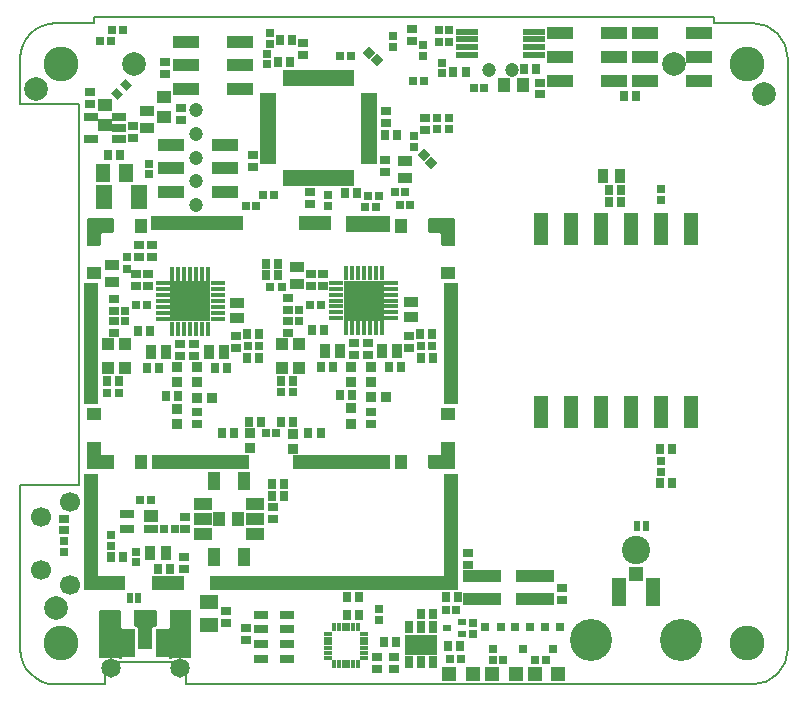
<source format=gts>
G04 Layer_Color=8388736*
%FSLAX44Y44*%
%MOMM*%
G71*
G01*
G75*
%ADD72C,0.1500*%
%ADD106R,1.2000X9.8750*%
%ADD107R,8.1250X1.2000*%
%ADD108R,8.1000X1.2000*%
%ADD109R,3.8250X1.4250*%
%ADD110R,7.7750X1.2000*%
%ADD111R,1.2000X10.2500*%
%ADD112R,21.0000X1.2000*%
%ADD113R,1.2000X10.2250*%
%ADD114R,1.0000X1.6000*%
%ADD115R,1.6000X1.0000*%
%ADD116R,1.1000X1.2000*%
%ADD117R,0.5000X1.4000*%
%ADD118R,1.4000X0.5000*%
%ADD119R,1.2000X1.2000*%
%ADD120R,1.2000X1.2500*%
%ADD121R,1.2500X2.4000*%
%ADD122R,0.6500X1.0500*%
%ADD123R,2.7000X1.8000*%
%ADD124R,4.2000X1.2000*%
%ADD125R,2.2000X1.0000*%
%ADD126R,1.0000X2.2000*%
%ADD127R,2.8000X1.2000*%
%ADD128R,1.2000X2.8000*%
%ADD129R,1.0000X1.2000*%
%ADD130R,1.2000X1.0000*%
%ADD131R,0.7000X0.7000*%
%ADD132R,0.7000X0.7000*%
%ADD133R,1.6400X1.1500*%
%ADD134R,0.7500X0.7500*%
%ADD135R,0.6000X0.9000*%
%ADD136C,2.0000*%
%ADD137R,0.8000X0.7500*%
%ADD138R,0.7080X0.5560*%
%ADD139R,1.3000X0.8000*%
%ADD140R,0.4000X0.8000*%
%ADD141R,0.8000X0.4000*%
%ADD142R,1.3000X1.3000*%
%ADD143R,1.2000X2.7000*%
%ADD144R,1.1000X1.0000*%
%ADD145R,1.9000X0.5500*%
%ADD146R,1.3500X2.0000*%
%ADD147R,1.1500X1.6500*%
%ADD148R,1.1500X1.6400*%
%ADD149R,1.1500X0.9000*%
%ADD150R,0.8200X0.7000*%
%ADD151R,1.2000X0.4500*%
%ADD152R,0.4500X1.2000*%
%ADD153R,3.4500X3.4500*%
%ADD154R,1.2000X0.8000*%
%ADD155R,1.2000X1.1000*%
%ADD156R,1.2500X0.8000*%
%ADD157R,0.8500X0.7500*%
%ADD158R,0.8250X1.2000*%
%ADD159R,0.9620X0.8250*%
%ADD160R,0.8250X1.2000*%
%ADD161R,1.2000X0.8250*%
%ADD162R,0.7000X0.8000*%
%ADD163R,1.2000X1.1300*%
%ADD164R,2.2300X1.0500*%
%ADD165R,0.7500X0.7500*%
%ADD166R,0.7000X0.8200*%
%ADD167P,1.0607X4X90.0*%
%ADD168R,0.8000X0.7000*%
%ADD169R,0.8250X0.9620*%
G04:AMPARAMS|DCode=170|XSize=0.82mm|YSize=0.7mm|CornerRadius=0mm|HoleSize=0mm|Usage=FLASHONLY|Rotation=315.000|XOffset=0mm|YOffset=0mm|HoleType=Round|Shape=Rectangle|*
%AMROTATEDRECTD170*
4,1,4,-0.5374,0.0424,-0.0424,0.5374,0.5374,-0.0424,0.0424,-0.5374,-0.5374,0.0424,0.0*
%
%ADD170ROTATEDRECTD170*%

%ADD171R,0.9000X1.1500*%
%ADD172R,0.7500X0.8500*%
%ADD173R,3.2000X1.0900*%
%ADD174C,3.5600*%
%ADD175C,2.4000*%
%ADD176C,1.2000*%
%ADD177C,2.9500*%
%ADD178C,1.6500*%
%ADD179C,1.7000*%
%ADD180C,0.8000*%
G36*
X367627Y394490D02*
X367755Y394464D01*
X367879Y394422D01*
X367997Y394364D01*
X368106Y394291D01*
X368205Y394205D01*
X368291Y394106D01*
X368364Y393997D01*
X368422Y393880D01*
X368464Y393755D01*
X368490Y393627D01*
X368498Y393496D01*
Y372496D01*
X368490Y372365D01*
X368464Y372237D01*
X368422Y372113D01*
X368364Y371995D01*
X368291Y371886D01*
X368205Y371787D01*
X368106Y371701D01*
X367997Y371628D01*
X367879Y371570D01*
X367755Y371528D01*
X367627Y371502D01*
X367496Y371494D01*
X357496D01*
X357365Y371502D01*
X357237Y371528D01*
X357113Y371570D01*
X356995Y371628D01*
X356886Y371701D01*
X356787Y371787D01*
X356701Y371886D01*
X356628Y371995D01*
X356570Y372113D01*
X356528Y372237D01*
X356502Y372365D01*
X356494Y372496D01*
Y381581D01*
X355581Y382494D01*
X346496D01*
X346365Y382503D01*
X346237Y382528D01*
X346113Y382570D01*
X345995Y382628D01*
X345886Y382701D01*
X345787Y382787D01*
X345701Y382886D01*
X345628Y382995D01*
X345570Y383112D01*
X345528Y383237D01*
X345503Y383365D01*
X345494Y383496D01*
Y393496D01*
X345503Y393627D01*
X345528Y393755D01*
X345570Y393880D01*
X345628Y393997D01*
X345701Y394106D01*
X345787Y394205D01*
X345886Y394291D01*
X345995Y394364D01*
X346113Y394422D01*
X346237Y394464D01*
X346365Y394490D01*
X346496Y394498D01*
X367496D01*
X367627Y394490D01*
D02*
G37*
G36*
X78635D02*
X78763Y394464D01*
X78888Y394422D01*
X79005Y394364D01*
X79114Y394291D01*
X79213Y394205D01*
X79299Y394106D01*
X79372Y393997D01*
X79430Y393880D01*
X79472Y393755D01*
X79498Y393627D01*
X79506Y393496D01*
Y383496D01*
X79498Y383365D01*
X79472Y383237D01*
X79430Y383112D01*
X79372Y382995D01*
X79299Y382886D01*
X79213Y382787D01*
X79114Y382701D01*
X79005Y382628D01*
X78888Y382570D01*
X78763Y382528D01*
X78635Y382503D01*
X78504Y382494D01*
X69419D01*
X68506Y381581D01*
Y372496D01*
X68498Y372365D01*
X68472Y372237D01*
X68430Y372113D01*
X68372Y371995D01*
X68299Y371886D01*
X68213Y371787D01*
X68114Y371701D01*
X68005Y371628D01*
X67888Y371570D01*
X67763Y371528D01*
X67635Y371502D01*
X67504Y371494D01*
X57504D01*
X57373Y371502D01*
X57245Y371528D01*
X57120Y371570D01*
X57003Y371628D01*
X56894Y371701D01*
X56795Y371787D01*
X56709Y371886D01*
X56636Y371995D01*
X56578Y372113D01*
X56536Y372237D01*
X56511Y372365D01*
X56502Y372496D01*
Y393496D01*
X56511Y393627D01*
X56536Y393755D01*
X56578Y393880D01*
X56636Y393997D01*
X56709Y394106D01*
X56795Y394205D01*
X56894Y394291D01*
X57003Y394364D01*
X57120Y394422D01*
X57245Y394464D01*
X57373Y394490D01*
X57504Y394498D01*
X78504D01*
X78635Y394490D01*
D02*
G37*
G36*
X367627Y205498D02*
X367755Y205472D01*
X367879Y205430D01*
X367997Y205372D01*
X368106Y205299D01*
X368205Y205213D01*
X368291Y205114D01*
X368364Y205005D01*
X368422Y204888D01*
X368464Y204763D01*
X368490Y204635D01*
X368498Y204504D01*
Y183504D01*
X368490Y183373D01*
X368464Y183245D01*
X368422Y183120D01*
X368364Y183003D01*
X368291Y182894D01*
X368205Y182795D01*
X368106Y182709D01*
X367997Y182636D01*
X367879Y182578D01*
X367755Y182536D01*
X367627Y182511D01*
X367496Y182502D01*
X346496D01*
X346365Y182511D01*
X346237Y182536D01*
X346113Y182578D01*
X345995Y182636D01*
X345886Y182709D01*
X345787Y182795D01*
X345701Y182894D01*
X345628Y183003D01*
X345570Y183120D01*
X345528Y183245D01*
X345503Y183373D01*
X345494Y183504D01*
Y193504D01*
X345503Y193635D01*
X345528Y193763D01*
X345570Y193888D01*
X345628Y194005D01*
X345701Y194114D01*
X345787Y194213D01*
X345886Y194299D01*
X345995Y194372D01*
X346113Y194430D01*
X346237Y194472D01*
X346365Y194498D01*
X346496Y194506D01*
X355581D01*
X356494Y195419D01*
Y204504D01*
X356502Y204635D01*
X356528Y204763D01*
X356570Y204888D01*
X356628Y205005D01*
X356701Y205114D01*
X356787Y205213D01*
X356886Y205299D01*
X356995Y205372D01*
X357113Y205430D01*
X357237Y205472D01*
X357365Y205498D01*
X357496Y205506D01*
X367496D01*
X367627Y205498D01*
D02*
G37*
G36*
X67635D02*
X67763Y205472D01*
X67888Y205430D01*
X68005Y205372D01*
X68114Y205299D01*
X68213Y205213D01*
X68299Y205114D01*
X68372Y205005D01*
X68430Y204888D01*
X68472Y204763D01*
X68498Y204635D01*
X68506Y204504D01*
Y195419D01*
X69419Y194506D01*
X78504D01*
X78635Y194498D01*
X78763Y194472D01*
X78888Y194430D01*
X79005Y194372D01*
X79114Y194299D01*
X79213Y194213D01*
X79299Y194114D01*
X79372Y194005D01*
X79430Y193888D01*
X79472Y193763D01*
X79498Y193635D01*
X79506Y193504D01*
Y183504D01*
X79498Y183373D01*
X79472Y183245D01*
X79430Y183120D01*
X79372Y183003D01*
X79299Y182894D01*
X79213Y182795D01*
X79114Y182709D01*
X79005Y182636D01*
X78888Y182578D01*
X78763Y182536D01*
X78635Y182511D01*
X78504Y182502D01*
X57504D01*
X57373Y182511D01*
X57245Y182536D01*
X57120Y182578D01*
X57003Y182636D01*
X56894Y182709D01*
X56795Y182795D01*
X56709Y182894D01*
X56636Y183003D01*
X56578Y183120D01*
X56536Y183245D01*
X56511Y183373D01*
X56502Y183504D01*
Y204504D01*
X56511Y204635D01*
X56536Y204763D01*
X56578Y204888D01*
X56636Y205005D01*
X56709Y205114D01*
X56795Y205213D01*
X56894Y205299D01*
X57003Y205372D01*
X57120Y205430D01*
X57245Y205472D01*
X57373Y205498D01*
X57504Y205506D01*
X67504D01*
X67635Y205498D01*
D02*
G37*
G36*
X65131Y114994D02*
X65259Y114968D01*
X65384Y114926D01*
X65501Y114868D01*
X65610Y114795D01*
X65709Y114709D01*
X65795Y114610D01*
X65868Y114501D01*
X65926Y114383D01*
X65968Y114259D01*
X65993Y114131D01*
X66002Y114000D01*
Y92002D01*
X88000D01*
X88131Y91994D01*
X88259Y91968D01*
X88384Y91926D01*
X88501Y91868D01*
X88610Y91795D01*
X88709Y91709D01*
X88795Y91610D01*
X88868Y91501D01*
X88926Y91383D01*
X88968Y91259D01*
X88994Y91131D01*
X89002Y91000D01*
Y81000D01*
X88994Y80869D01*
X88968Y80741D01*
X88926Y80617D01*
X88868Y80499D01*
X88795Y80390D01*
X88709Y80291D01*
X88610Y80205D01*
X88501Y80132D01*
X88384Y80074D01*
X88259Y80032D01*
X88131Y80007D01*
X88000Y79998D01*
X55000D01*
X54869Y80007D01*
X54741Y80032D01*
X54616Y80074D01*
X54499Y80132D01*
X54390Y80205D01*
X54291Y80291D01*
X54205Y80390D01*
X54132Y80499D01*
X54074Y80617D01*
X54032Y80741D01*
X54006Y80869D01*
X53998Y81000D01*
Y114000D01*
X54006Y114131D01*
X54032Y114259D01*
X54074Y114383D01*
X54132Y114501D01*
X54205Y114610D01*
X54291Y114709D01*
X54390Y114795D01*
X54499Y114868D01*
X54616Y114926D01*
X54741Y114968D01*
X54869Y114994D01*
X55000Y115002D01*
X65000D01*
X65131Y114994D01*
D02*
G37*
G36*
X370131Y114993D02*
X370259Y114968D01*
X370383Y114926D01*
X370501Y114868D01*
X370610Y114795D01*
X370709Y114709D01*
X370795Y114610D01*
X370868Y114501D01*
X370926Y114383D01*
X370968Y114259D01*
X370993Y114131D01*
X371002Y114000D01*
Y81000D01*
X370993Y80869D01*
X370968Y80741D01*
X370926Y80617D01*
X370868Y80499D01*
X370795Y80390D01*
X370709Y80291D01*
X370610Y80205D01*
X370501Y80132D01*
X370383Y80074D01*
X370259Y80032D01*
X370131Y80006D01*
X370000Y79998D01*
X337000D01*
X336869Y80006D01*
X336741Y80032D01*
X336617Y80074D01*
X336499Y80132D01*
X336390Y80205D01*
X336291Y80291D01*
X336205Y80390D01*
X336132Y80499D01*
X336074Y80617D01*
X336032Y80741D01*
X336006Y80869D01*
X335998Y81000D01*
Y91000D01*
X336006Y91131D01*
X336032Y91259D01*
X336074Y91383D01*
X336132Y91501D01*
X336205Y91610D01*
X336291Y91709D01*
X336390Y91795D01*
X336499Y91868D01*
X336617Y91926D01*
X336741Y91968D01*
X336869Y91994D01*
X337000Y92002D01*
X358998D01*
Y114000D01*
X359006Y114131D01*
X359032Y114259D01*
X359074Y114383D01*
X359132Y114501D01*
X359205Y114610D01*
X359291Y114709D01*
X359390Y114795D01*
X359499Y114868D01*
X359617Y114926D01*
X359741Y114968D01*
X359869Y114993D01*
X360000Y115002D01*
X370000D01*
X370131Y114993D01*
D02*
G37*
G36*
X115131Y62594D02*
X115259Y62568D01*
X115383Y62526D01*
X115501Y62468D01*
X115610Y62395D01*
X115709Y62309D01*
X115795Y62210D01*
X115868Y62101D01*
X115926Y61983D01*
X115968Y61859D01*
X115993Y61731D01*
X116002Y61600D01*
Y50500D01*
X115999Y50452D01*
X115997Y50404D01*
X115995Y50387D01*
X115993Y50369D01*
X115984Y50322D01*
X115976Y50275D01*
X115971Y50258D01*
X115968Y50241D01*
X115952Y50195D01*
X115939Y50149D01*
X115931Y50133D01*
X115926Y50117D01*
X115904Y50073D01*
X115885Y50030D01*
X115876Y50015D01*
X115868Y49999D01*
X115841Y49959D01*
X115816Y49918D01*
X115805Y49904D01*
X115795Y49890D01*
X115764Y49854D01*
X115733Y49817D01*
X115720Y49805D01*
X115709Y49791D01*
X115672Y49760D01*
X115637Y49727D01*
X115623Y49717D01*
X115610Y49705D01*
X115570Y49678D01*
X115531Y49650D01*
X112002Y47445D01*
X112002Y30750D01*
X111993Y30619D01*
X111968Y30491D01*
X111926Y30366D01*
X111868Y30249D01*
X111795Y30140D01*
X111708Y30041D01*
X111610Y29955D01*
X111501Y29882D01*
X111383Y29824D01*
X111259Y29782D01*
X111131Y29756D01*
X111000Y29748D01*
X101000Y29748D01*
X100869Y29757D01*
X100740Y29782D01*
X100616Y29824D01*
X100499Y29882D01*
X100390Y29955D01*
X100291Y30041D01*
X100205Y30140D01*
X100132Y30249D01*
X100074Y30366D01*
X100032Y30491D01*
X100006Y30619D01*
X99998Y30750D01*
X99998Y47445D01*
X96469Y49650D01*
X96430Y49678D01*
X96390Y49705D01*
X96377Y49717D01*
X96362Y49727D01*
X96327Y49760D01*
X96291Y49791D01*
X96280Y49805D01*
X96267Y49817D01*
X96237Y49854D01*
X96205Y49890D01*
X96195Y49905D01*
X96184Y49918D01*
X96159Y49959D01*
X96132Y49999D01*
X96124Y50015D01*
X96115Y50030D01*
X96095Y50073D01*
X96074Y50117D01*
X96068Y50133D01*
X96061Y50149D01*
X96047Y50195D01*
X96032Y50241D01*
X96028Y50258D01*
X96023Y50275D01*
X96016Y50322D01*
X96006Y50369D01*
X96005Y50387D01*
X96002Y50404D01*
X96001Y50452D01*
X95998Y50500D01*
Y61600D01*
X96006Y61731D01*
X96032Y61859D01*
X96074Y61983D01*
X96132Y62101D01*
X96205Y62210D01*
X96291Y62309D01*
X96390Y62395D01*
X96499Y62468D01*
X96616Y62526D01*
X96741Y62568D01*
X96869Y62593D01*
X97000Y62602D01*
X115000Y62602D01*
X115131Y62594D01*
D02*
G37*
G36*
X144131D02*
X144259Y62568D01*
X144383Y62526D01*
X144501Y62468D01*
X144610Y62395D01*
X144708Y62309D01*
X144795Y62210D01*
X144868Y62101D01*
X144926Y61983D01*
X144968Y61859D01*
X144993Y61731D01*
X145002Y61600D01*
Y23250D01*
X144993Y23119D01*
X144968Y22991D01*
X144926Y22866D01*
X144868Y22749D01*
X144795Y22640D01*
X144708Y22541D01*
X144610Y22455D01*
X144501Y22382D01*
X144383Y22324D01*
X144259Y22282D01*
X144131Y22257D01*
X144000Y22248D01*
X128500D01*
Y21825D01*
X125650D01*
Y47925D01*
X126510D01*
X126506Y47944D01*
X126498Y48075D01*
Y61600D01*
X126506Y61731D01*
X126532Y61859D01*
X126574Y61983D01*
X126632Y62101D01*
X126705Y62210D01*
X126791Y62309D01*
X126890Y62395D01*
X126999Y62468D01*
X127116Y62526D01*
X127241Y62568D01*
X127369Y62594D01*
X127500Y62602D01*
X144000D01*
X144131Y62594D01*
D02*
G37*
G36*
X84631D02*
X84759Y62568D01*
X84883Y62526D01*
X85001Y62468D01*
X85110Y62395D01*
X85209Y62309D01*
X85295Y62210D01*
X85368Y62101D01*
X85426Y61983D01*
X85468Y61859D01*
X85493Y61731D01*
X85502Y61600D01*
Y48150D01*
X86200D01*
Y21825D01*
X83350D01*
Y22248D01*
X68000D01*
X67869Y22257D01*
X67741Y22282D01*
X67616Y22324D01*
X67499Y22382D01*
X67390Y22455D01*
X67291Y22541D01*
X67205Y22640D01*
X67132Y22749D01*
X67074Y22866D01*
X67032Y22991D01*
X67006Y23119D01*
X66998Y23250D01*
Y61600D01*
X67006Y61731D01*
X67032Y61859D01*
X67074Y61983D01*
X67132Y62101D01*
X67205Y62210D01*
X67291Y62309D01*
X67390Y62395D01*
X67499Y62468D01*
X67616Y62526D01*
X67741Y62568D01*
X67869Y62594D01*
X68000Y62602D01*
X84500D01*
X84631Y62594D01*
D02*
G37*
D72*
X620000Y0D02*
G03*
X650000Y30000I0J30000D01*
G01*
X650000Y530000D02*
G03*
X620000Y560000I-30000J0D01*
G01*
X572000Y0D02*
X620000D01*
X498000D02*
X572000D01*
X140250D02*
X498000D01*
X140250D02*
Y19250D01*
X71750D02*
X140250D01*
X71750Y0D02*
Y19250D01*
X30000Y0D02*
X71750D01*
X24148Y576D02*
X30000Y0D01*
X18520Y2284D02*
X24148Y576D01*
X13333Y5056D02*
X18520Y2284D01*
X8787Y8787D02*
X13333Y5056D01*
X5056Y13333D02*
X8787Y8787D01*
X2284Y18520D02*
X5056Y13333D01*
X577Y24147D02*
X2284Y18520D01*
X0Y30000D02*
X577Y24147D01*
X0Y30000D02*
Y168500D01*
X49750D01*
Y491250D01*
X0D02*
X49750D01*
X0D02*
Y530000D01*
X577Y535853D01*
X2284Y541480D01*
X5056Y546667D01*
X8787Y551213D01*
X13333Y554944D01*
X18520Y557716D01*
X24148Y559424D01*
X30000Y560000D01*
X62750Y560000D01*
X62750Y565000D02*
X62750Y560000D01*
X62750Y565000D02*
X587250Y565000D01*
X587250Y560000D01*
X620000Y560000D01*
X650000Y30000D02*
X650000Y530000D01*
D106*
X365000Y129375D02*
D03*
X60000D02*
D03*
D107*
X272625Y188250D02*
D03*
D108*
X152500D02*
D03*
D109*
X294875Y389875D02*
D03*
D110*
X150125Y391000D02*
D03*
D111*
X365000Y288500D02*
D03*
D112*
X266000Y86000D02*
D03*
D113*
X60000Y288375D02*
D03*
D114*
X164050Y108250D02*
D03*
X164050Y172250D02*
D03*
X189450Y108250D02*
D03*
X189450Y172250D02*
D03*
D115*
X154750Y127550D02*
D03*
X154750Y140250D02*
D03*
Y152950D02*
D03*
X198750Y140250D02*
D03*
Y127550D02*
D03*
X198750Y152950D02*
D03*
D116*
X168750Y140250D02*
D03*
X184750Y140250D02*
D03*
X409500Y507750D02*
D03*
X425500D02*
D03*
D117*
X280250Y428500D02*
D03*
X275250D02*
D03*
X270250D02*
D03*
X265250D02*
D03*
X260250D02*
D03*
X255250D02*
D03*
X250250D02*
D03*
X245250D02*
D03*
X240250D02*
D03*
X235250D02*
D03*
X230250D02*
D03*
X225250D02*
D03*
Y513500D02*
D03*
X230250D02*
D03*
X235250D02*
D03*
X240250D02*
D03*
X245250D02*
D03*
X250250D02*
D03*
X255250D02*
D03*
X260250D02*
D03*
X265250D02*
D03*
X270250D02*
D03*
X275250D02*
D03*
X280250D02*
D03*
D118*
X210250Y443500D02*
D03*
Y448500D02*
D03*
Y453500D02*
D03*
Y458500D02*
D03*
Y463500D02*
D03*
Y468500D02*
D03*
Y473500D02*
D03*
Y478500D02*
D03*
Y483500D02*
D03*
Y488500D02*
D03*
Y493500D02*
D03*
Y498500D02*
D03*
X295250D02*
D03*
Y493500D02*
D03*
Y488500D02*
D03*
Y483500D02*
D03*
Y478500D02*
D03*
Y473500D02*
D03*
Y468500D02*
D03*
Y463500D02*
D03*
Y458500D02*
D03*
Y453500D02*
D03*
Y448500D02*
D03*
Y443500D02*
D03*
D119*
X134250Y42228D02*
D03*
X77750Y42230D02*
D03*
D120*
X106000Y50250D02*
D03*
X521500Y93250D02*
D03*
D121*
X91250Y35000D02*
D03*
X120750D02*
D03*
X506750Y78000D02*
D03*
X536250D02*
D03*
D122*
X349499Y19250D02*
D03*
X329499D02*
D03*
X339499D02*
D03*
X329499Y48250D02*
D03*
X339499D02*
D03*
X349499D02*
D03*
D123*
X339499Y33750D02*
D03*
D124*
X252500Y188250D02*
D03*
X172500D02*
D03*
D125*
X350000Y86000D02*
D03*
X75000Y86000D02*
D03*
D126*
X365000Y101000D02*
D03*
X60000Y101000D02*
D03*
D127*
X300000Y391000D02*
D03*
X125000D02*
D03*
X250000D02*
D03*
X175000D02*
D03*
X250000Y86000D02*
D03*
X175000D02*
D03*
X300000D02*
D03*
X125000D02*
D03*
D128*
X60000Y276000D02*
D03*
Y151000D02*
D03*
Y326000D02*
D03*
X365000Y276000D02*
D03*
Y326000D02*
D03*
Y151000D02*
D03*
D129*
X102504Y388500D02*
D03*
X322496D02*
D03*
X322496Y188500D02*
D03*
X102504D02*
D03*
D130*
X62500Y348496D02*
D03*
X362500Y348496D02*
D03*
Y228504D02*
D03*
X62500Y228504D02*
D03*
D131*
Y388500D02*
D03*
X362500Y188500D02*
D03*
D132*
Y388500D02*
D03*
X62500Y188500D02*
D03*
D133*
X159750Y69500D02*
D03*
Y50500D02*
D03*
D134*
X200100Y405300D02*
D03*
X191100D02*
D03*
X206000Y414050D02*
D03*
X215000D02*
D03*
X101500Y155750D02*
D03*
X110500D02*
D03*
X384000Y505000D02*
D03*
X393000D02*
D03*
X67750Y544500D02*
D03*
X76750D02*
D03*
X86750Y554250D02*
D03*
X77750D02*
D03*
X303500Y413500D02*
D03*
X294500D02*
D03*
X317000Y417000D02*
D03*
X326000D02*
D03*
X363250Y544250D02*
D03*
X354250D02*
D03*
X363250Y554000D02*
D03*
X354250D02*
D03*
X208000Y212500D02*
D03*
X217000D02*
D03*
X348500Y286500D02*
D03*
X339500D02*
D03*
X245500Y321500D02*
D03*
X254500D02*
D03*
X202000Y286500D02*
D03*
X193000D02*
D03*
X98250Y321000D02*
D03*
X107250D02*
D03*
X121750Y131250D02*
D03*
X130750D02*
D03*
X341750Y511000D02*
D03*
X332750D02*
D03*
X280000Y532000D02*
D03*
X271000D02*
D03*
X436000Y20750D02*
D03*
X445000D02*
D03*
X400000Y21000D02*
D03*
X409000D02*
D03*
X364000Y21250D02*
D03*
X373000D02*
D03*
X369250Y62750D02*
D03*
X360250D02*
D03*
X330250Y405751D02*
D03*
X321250D02*
D03*
X292250Y404000D02*
D03*
X301250D02*
D03*
D135*
X92750Y72750D02*
D03*
X99750D02*
D03*
X522500Y133750D02*
D03*
X529500D02*
D03*
D136*
X13500Y504250D02*
D03*
X30000Y65000D02*
D03*
X630000Y500000D02*
D03*
X553600Y525000D02*
D03*
X96400D02*
D03*
D137*
X393750Y48750D02*
D03*
X400250Y30250D02*
D03*
X406750Y48750D02*
D03*
X444250Y48500D02*
D03*
X450750Y30000D02*
D03*
X457250Y48500D02*
D03*
X419000Y48750D02*
D03*
X425500Y30250D02*
D03*
X432000Y48750D02*
D03*
D138*
X361525Y47500D02*
D03*
X374475Y42500D02*
D03*
Y52500D02*
D03*
D139*
X203749Y21500D02*
D03*
Y59000D02*
D03*
Y46500D02*
D03*
Y34000D02*
D03*
X225749Y21500D02*
D03*
Y46500D02*
D03*
Y34000D02*
D03*
Y59000D02*
D03*
D140*
X269999Y17250D02*
D03*
X265999D02*
D03*
Y48250D02*
D03*
X273999Y17250D02*
D03*
X277999D02*
D03*
X285999D02*
D03*
X281999D02*
D03*
X269999Y48250D02*
D03*
X273999D02*
D03*
X277999D02*
D03*
X285999D02*
D03*
X281999D02*
D03*
D141*
X260499Y30750D02*
D03*
Y22750D02*
D03*
Y26750D02*
D03*
Y34750D02*
D03*
Y38750D02*
D03*
Y42750D02*
D03*
X291499Y22750D02*
D03*
Y26750D02*
D03*
Y38750D02*
D03*
Y30750D02*
D03*
Y34750D02*
D03*
Y42750D02*
D03*
D142*
X399499Y9000D02*
D03*
X419499D02*
D03*
X363499D02*
D03*
X383499D02*
D03*
X435500D02*
D03*
X455500D02*
D03*
D143*
X440750Y230500D02*
D03*
X466150D02*
D03*
X440750Y385500D02*
D03*
X466150D02*
D03*
X491550Y230500D02*
D03*
X516950D02*
D03*
X567750D02*
D03*
X542350D02*
D03*
X491550Y385500D02*
D03*
X516950D02*
D03*
X542350D02*
D03*
X567750D02*
D03*
D144*
X74125Y267750D02*
D03*
Y288250D02*
D03*
X88625Y267750D02*
D03*
Y288250D02*
D03*
X221750Y267750D02*
D03*
Y288250D02*
D03*
X236250Y267750D02*
D03*
Y288250D02*
D03*
D145*
X378250Y533000D02*
D03*
Y546000D02*
D03*
Y539500D02*
D03*
Y552500D02*
D03*
X435250Y539500D02*
D03*
Y533000D02*
D03*
Y552500D02*
D03*
Y546000D02*
D03*
D146*
X70750Y412500D02*
D03*
X100750D02*
D03*
D147*
X89500Y433000D02*
D03*
D148*
X70000D02*
D03*
D149*
X107750Y471250D02*
D03*
Y485750D02*
D03*
X326250Y443000D02*
D03*
Y428500D02*
D03*
X234500Y339250D02*
D03*
Y353750D02*
D03*
X78000Y340750D02*
D03*
Y355250D02*
D03*
D150*
X245650Y417150D02*
D03*
Y406950D02*
D03*
X316250Y13400D02*
D03*
Y23600D02*
D03*
X343000Y469650D02*
D03*
Y479850D02*
D03*
X239500Y543350D02*
D03*
Y533150D02*
D03*
X139750Y131400D02*
D03*
Y141600D02*
D03*
X282750Y278650D02*
D03*
Y288850D02*
D03*
X297000Y220650D02*
D03*
Y230850D02*
D03*
X294750Y278650D02*
D03*
Y288850D02*
D03*
X256250Y347350D02*
D03*
Y337150D02*
D03*
X246500Y347350D02*
D03*
Y337150D02*
D03*
X329000Y284900D02*
D03*
Y295100D02*
D03*
X226999Y297400D02*
D03*
Y307600D02*
D03*
X227000Y326850D02*
D03*
Y316650D02*
D03*
X111250Y372100D02*
D03*
Y361900D02*
D03*
X100750Y372100D02*
D03*
Y361900D02*
D03*
X135625Y278150D02*
D03*
Y288350D02*
D03*
X149875Y220150D02*
D03*
Y230350D02*
D03*
X147625Y278150D02*
D03*
Y288350D02*
D03*
X108500Y347350D02*
D03*
Y337150D02*
D03*
X98000Y347350D02*
D03*
Y337150D02*
D03*
X182625Y284650D02*
D03*
Y294850D02*
D03*
X79375Y297400D02*
D03*
Y307600D02*
D03*
X79375Y326100D02*
D03*
Y315900D02*
D03*
X139000Y108100D02*
D03*
Y97900D02*
D03*
X174000Y62350D02*
D03*
Y52150D02*
D03*
X213700Y139850D02*
D03*
Y150050D02*
D03*
X191249Y37400D02*
D03*
Y47600D02*
D03*
X301999Y13150D02*
D03*
Y23350D02*
D03*
X197500Y447850D02*
D03*
Y437650D02*
D03*
X309500Y475150D02*
D03*
Y485350D02*
D03*
X308500Y433400D02*
D03*
Y443600D02*
D03*
X123000Y526600D02*
D03*
Y516400D02*
D03*
X95750Y473100D02*
D03*
Y462900D02*
D03*
X59500Y501600D02*
D03*
Y491400D02*
D03*
X136000Y488100D02*
D03*
Y477900D02*
D03*
D151*
X120625Y309500D02*
D03*
Y324500D02*
D03*
Y314500D02*
D03*
Y319500D02*
D03*
Y329500D02*
D03*
Y334500D02*
D03*
Y339500D02*
D03*
X167125Y309500D02*
D03*
Y314500D02*
D03*
Y319500D02*
D03*
Y334500D02*
D03*
Y324500D02*
D03*
Y329500D02*
D03*
Y339500D02*
D03*
X267750Y310000D02*
D03*
Y325000D02*
D03*
Y315000D02*
D03*
Y320000D02*
D03*
Y330000D02*
D03*
Y335000D02*
D03*
Y340000D02*
D03*
X314250Y310000D02*
D03*
Y315000D02*
D03*
Y320000D02*
D03*
Y335000D02*
D03*
Y325000D02*
D03*
Y330000D02*
D03*
Y340000D02*
D03*
D152*
X133875Y301250D02*
D03*
X128875D02*
D03*
X133875Y347750D02*
D03*
X128875D02*
D03*
X138875Y301250D02*
D03*
X148875D02*
D03*
X143875D02*
D03*
X153875D02*
D03*
X158875D02*
D03*
X143875Y347750D02*
D03*
X138875D02*
D03*
X153875D02*
D03*
X148875D02*
D03*
X158875D02*
D03*
X281000Y301750D02*
D03*
X276000D02*
D03*
X281000Y348250D02*
D03*
X276000D02*
D03*
X286000Y301750D02*
D03*
X296000D02*
D03*
X291000D02*
D03*
X301000D02*
D03*
X306000D02*
D03*
X291000Y348250D02*
D03*
X286000D02*
D03*
X301000D02*
D03*
X296000D02*
D03*
X306000D02*
D03*
D153*
X143875Y324500D02*
D03*
X291000Y325000D02*
D03*
D154*
X110432Y131250D02*
D03*
X90432Y144250D02*
D03*
Y131250D02*
D03*
D155*
X110432Y142750D02*
D03*
D156*
X84000Y461750D02*
D03*
Y471250D02*
D03*
Y480750D02*
D03*
X60000D02*
D03*
Y461750D02*
D03*
D157*
X37400Y130300D02*
D03*
Y140300D02*
D03*
X440500Y509500D02*
D03*
Y499500D02*
D03*
X331500Y554750D02*
D03*
Y544750D02*
D03*
X458500Y81750D02*
D03*
Y71750D02*
D03*
X379000Y111250D02*
D03*
Y101250D02*
D03*
D158*
X159500Y281500D02*
D03*
X172250D02*
D03*
X257875Y282000D02*
D03*
X270625D02*
D03*
X306625D02*
D03*
X319375D02*
D03*
X110750Y281500D02*
D03*
X123500D02*
D03*
D159*
X150125Y255875D02*
D03*
Y268625D02*
D03*
X230750Y199625D02*
D03*
Y212375D02*
D03*
X280250Y220863D02*
D03*
Y233613D02*
D03*
Y256375D02*
D03*
Y269125D02*
D03*
X297000Y256375D02*
D03*
Y269125D02*
D03*
X133125Y220375D02*
D03*
Y233125D02*
D03*
Y255875D02*
D03*
Y268625D02*
D03*
X194250Y199750D02*
D03*
Y212500D02*
D03*
D160*
X110375Y111250D02*
D03*
X123125D02*
D03*
D161*
X183875Y323125D02*
D03*
Y310375D02*
D03*
X331000Y323875D02*
D03*
Y311125D02*
D03*
D162*
X83750Y246500D02*
D03*
X73750D02*
D03*
X221500Y336750D02*
D03*
X211500D02*
D03*
X231250Y247250D02*
D03*
X221250D02*
D03*
D163*
X121750Y497400D02*
D03*
X121750Y480100D02*
D03*
X72000Y473350D02*
D03*
Y490650D02*
D03*
D164*
X457399Y511250D02*
D03*
Y551250D02*
D03*
Y531250D02*
D03*
X503099Y511250D02*
D03*
Y531250D02*
D03*
Y551250D02*
D03*
X529400Y551250D02*
D03*
X575100D02*
D03*
X529400Y531250D02*
D03*
X575100D02*
D03*
X529400Y511250D02*
D03*
X575100D02*
D03*
X127400Y437000D02*
D03*
Y417000D02*
D03*
Y457000D02*
D03*
X173100Y437000D02*
D03*
Y417000D02*
D03*
Y457000D02*
D03*
X140401Y504250D02*
D03*
Y544250D02*
D03*
Y524250D02*
D03*
X186101Y504250D02*
D03*
Y524250D02*
D03*
Y544250D02*
D03*
D165*
X353250Y479500D02*
D03*
Y470500D02*
D03*
X363250Y479500D02*
D03*
Y470500D02*
D03*
X316000Y549000D02*
D03*
Y540000D02*
D03*
X333750Y455250D02*
D03*
Y464250D02*
D03*
X208750Y525000D02*
D03*
Y534000D02*
D03*
X109500Y440750D02*
D03*
Y431750D02*
D03*
X341500Y532000D02*
D03*
Y541000D02*
D03*
X236500Y317000D02*
D03*
Y308000D02*
D03*
X89125Y316500D02*
D03*
Y307500D02*
D03*
X542500Y189000D02*
D03*
Y180000D02*
D03*
X542250Y419250D02*
D03*
Y410250D02*
D03*
X77000Y117250D02*
D03*
Y126250D02*
D03*
X98000Y103250D02*
D03*
Y112250D02*
D03*
X383250Y43000D02*
D03*
Y52000D02*
D03*
X304250Y54750D02*
D03*
Y63750D02*
D03*
X260450Y405000D02*
D03*
Y414000D02*
D03*
X357000Y526500D02*
D03*
Y517500D02*
D03*
X211250Y551500D02*
D03*
Y542500D02*
D03*
X37400Y112400D02*
D03*
Y121400D02*
D03*
D166*
X276400Y74000D02*
D03*
X286600D02*
D03*
X228350Y527000D02*
D03*
X218150D02*
D03*
X318850Y465500D02*
D03*
X308650D02*
D03*
X366900Y518750D02*
D03*
X377100D02*
D03*
X86850Y107500D02*
D03*
X76650D02*
D03*
X218350Y356250D02*
D03*
X208150D02*
D03*
X218350Y346500D02*
D03*
X208150D02*
D03*
X270650Y245000D02*
D03*
X280850D02*
D03*
X254650Y268750D02*
D03*
X264850D02*
D03*
X247400Y299750D02*
D03*
X257600D02*
D03*
X312400Y268750D02*
D03*
X322600D02*
D03*
X348600Y296750D02*
D03*
X338400D02*
D03*
X339400Y276250D02*
D03*
X349600D02*
D03*
X231350Y257250D02*
D03*
X221150D02*
D03*
X123525Y244500D02*
D03*
X133725D02*
D03*
X107525Y268250D02*
D03*
X117725D02*
D03*
X100150Y299500D02*
D03*
X110350D02*
D03*
X165275Y268250D02*
D03*
X175475D02*
D03*
X202350Y296750D02*
D03*
X192150D02*
D03*
X192400Y276250D02*
D03*
X202600D02*
D03*
X84600Y448250D02*
D03*
X74400D02*
D03*
X552100Y170500D02*
D03*
X541900D02*
D03*
X552100Y199000D02*
D03*
X541900D02*
D03*
X509100Y418250D02*
D03*
X498900D02*
D03*
X509100Y408000D02*
D03*
X498900D02*
D03*
X84100Y256750D02*
D03*
X73900D02*
D03*
X203850Y222500D02*
D03*
X193650D02*
D03*
X180850Y212500D02*
D03*
X170650D02*
D03*
X223350Y159250D02*
D03*
X213150D02*
D03*
X223350Y169250D02*
D03*
X213150D02*
D03*
X221150Y222500D02*
D03*
X231350D02*
D03*
X244150Y212500D02*
D03*
X254350D02*
D03*
X116400Y97500D02*
D03*
X126600D02*
D03*
X349599Y59250D02*
D03*
X339399D02*
D03*
X276399Y59000D02*
D03*
X286599D02*
D03*
X318599Y36250D02*
D03*
X308399D02*
D03*
X275150Y416250D02*
D03*
X285350D02*
D03*
X361900Y32250D02*
D03*
X372100D02*
D03*
X230600Y545250D02*
D03*
X220400D02*
D03*
X521350Y498000D02*
D03*
X511150D02*
D03*
D167*
X341818Y448182D02*
D03*
X348182Y441818D02*
D03*
X301932Y528318D02*
D03*
X295568Y534682D02*
D03*
D168*
X90250Y351500D02*
D03*
Y361500D02*
D03*
D169*
X149750Y242750D02*
D03*
X162500D02*
D03*
X297125Y243250D02*
D03*
X309875D02*
D03*
D170*
X89356Y507106D02*
D03*
X82144Y499893D02*
D03*
D171*
X493500Y430250D02*
D03*
X508000D02*
D03*
D172*
X437000Y520750D02*
D03*
X427000D02*
D03*
X360500Y73750D02*
D03*
X370500D02*
D03*
D173*
X390750Y92000D02*
D03*
X435750D02*
D03*
X390750Y72000D02*
D03*
X435750D02*
D03*
D174*
X559600Y37750D02*
D03*
X483400D02*
D03*
D175*
X521500Y113950D02*
D03*
D176*
X148500Y406000D02*
D03*
X148500Y486000D02*
D03*
X148500Y466000D02*
D03*
Y446000D02*
D03*
Y426000D02*
D03*
X416751Y520250D02*
D03*
X396751D02*
D03*
D177*
X35000Y35000D02*
D03*
Y525000D02*
D03*
X615000D02*
D03*
Y35000D02*
D03*
D178*
X76750Y14250D02*
D03*
X135250Y14250D02*
D03*
D179*
X42500Y84000D02*
D03*
X17500Y96500D02*
D03*
Y141500D02*
D03*
X42500Y154000D02*
D03*
D180*
X132875Y335500D02*
D03*
Y313500D02*
D03*
Y324500D02*
D03*
X143875Y313500D02*
D03*
Y324500D02*
D03*
X154875Y313500D02*
D03*
X143875Y335500D02*
D03*
X154875Y324500D02*
D03*
Y335500D02*
D03*
X280000Y336000D02*
D03*
Y314000D02*
D03*
Y325000D02*
D03*
X291000Y314000D02*
D03*
Y325000D02*
D03*
X302000Y314000D02*
D03*
X291000Y336000D02*
D03*
X302000Y325000D02*
D03*
Y336000D02*
D03*
M02*

</source>
